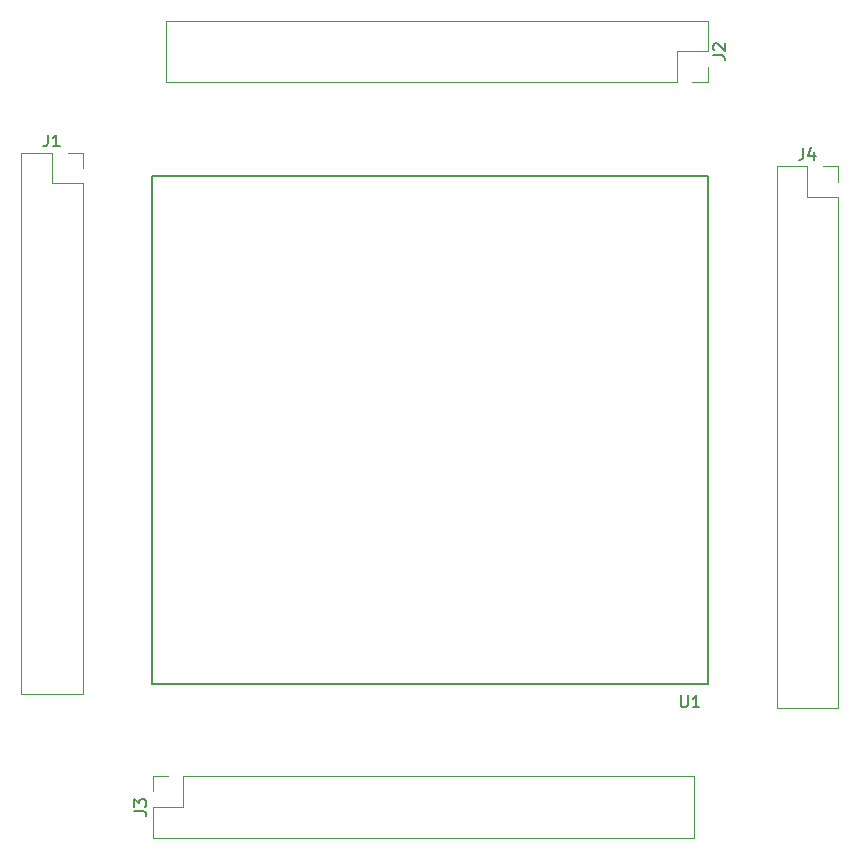
<source format=gbr>
G04 #@! TF.FileFunction,Legend,Top*
%FSLAX46Y46*%
G04 Gerber Fmt 4.6, Leading zero omitted, Abs format (unit mm)*
G04 Created by KiCad (PCBNEW 4.0.5+dfsg1-4) date Sat Sep 30 20:54:29 2017*
%MOMM*%
%LPD*%
G01*
G04 APERTURE LIST*
%ADD10C,0.100000*%
%ADD11C,0.150000*%
%ADD12C,0.120000*%
G04 APERTURE END LIST*
D10*
D11*
X122815001Y-72325000D02*
X122815001Y-115325000D01*
X122815001Y-115325000D02*
X169815001Y-115325000D01*
X169815001Y-115325000D02*
X169815001Y-72325000D01*
X169815001Y-72325000D02*
X122815001Y-72325000D01*
D12*
X116900000Y-72930000D02*
X116900000Y-116170000D01*
X116900000Y-116170000D02*
X111700000Y-116170000D01*
X111700000Y-116170000D02*
X111700000Y-70330000D01*
X111700000Y-70330000D02*
X114300000Y-70330000D01*
X114300000Y-70330000D02*
X114300000Y-72930000D01*
X114300000Y-72930000D02*
X116900000Y-72930000D01*
X116900000Y-71660000D02*
X116900000Y-70330000D01*
X116900000Y-70330000D02*
X115630000Y-70330000D01*
X167230000Y-64340000D02*
X123990000Y-64340000D01*
X123990000Y-64340000D02*
X123990000Y-59140000D01*
X123990000Y-59140000D02*
X169830000Y-59140000D01*
X169830000Y-59140000D02*
X169830000Y-61740000D01*
X169830000Y-61740000D02*
X167230000Y-61740000D01*
X167230000Y-61740000D02*
X167230000Y-64340000D01*
X168500000Y-64340000D02*
X169830000Y-64340000D01*
X169830000Y-64340000D02*
X169830000Y-63070000D01*
X125440000Y-123130000D02*
X168680000Y-123130000D01*
X168680000Y-123130000D02*
X168680000Y-128330000D01*
X168680000Y-128330000D02*
X122840000Y-128330000D01*
X122840000Y-128330000D02*
X122840000Y-125730000D01*
X122840000Y-125730000D02*
X125440000Y-125730000D01*
X125440000Y-125730000D02*
X125440000Y-123130000D01*
X124170000Y-123130000D02*
X122840000Y-123130000D01*
X122840000Y-123130000D02*
X122840000Y-124400000D01*
X180860000Y-74060000D02*
X180860000Y-117300000D01*
X180860000Y-117300000D02*
X175660000Y-117300000D01*
X175660000Y-117300000D02*
X175660000Y-71460000D01*
X175660000Y-71460000D02*
X178260000Y-71460000D01*
X178260000Y-71460000D02*
X178260000Y-74060000D01*
X178260000Y-74060000D02*
X180860000Y-74060000D01*
X180860000Y-72790000D02*
X180860000Y-71460000D01*
X180860000Y-71460000D02*
X179590000Y-71460000D01*
D11*
X167553096Y-116277381D02*
X167553096Y-117086905D01*
X167600715Y-117182143D01*
X167648334Y-117229762D01*
X167743572Y-117277381D01*
X167934049Y-117277381D01*
X168029287Y-117229762D01*
X168076906Y-117182143D01*
X168124525Y-117086905D01*
X168124525Y-116277381D01*
X169124525Y-117277381D02*
X168553096Y-117277381D01*
X168838810Y-117277381D02*
X168838810Y-116277381D01*
X168743572Y-116420238D01*
X168648334Y-116515476D01*
X168553096Y-116563095D01*
X113966667Y-68782381D02*
X113966667Y-69496667D01*
X113919047Y-69639524D01*
X113823809Y-69734762D01*
X113680952Y-69782381D01*
X113585714Y-69782381D01*
X114966667Y-69782381D02*
X114395238Y-69782381D01*
X114680952Y-69782381D02*
X114680952Y-68782381D01*
X114585714Y-68925238D01*
X114490476Y-69020476D01*
X114395238Y-69068095D01*
X170282381Y-62073333D02*
X170996667Y-62073333D01*
X171139524Y-62120953D01*
X171234762Y-62216191D01*
X171282381Y-62359048D01*
X171282381Y-62454286D01*
X170377619Y-61644762D02*
X170330000Y-61597143D01*
X170282381Y-61501905D01*
X170282381Y-61263809D01*
X170330000Y-61168571D01*
X170377619Y-61120952D01*
X170472857Y-61073333D01*
X170568095Y-61073333D01*
X170710952Y-61120952D01*
X171282381Y-61692381D01*
X171282381Y-61073333D01*
X121292381Y-126063333D02*
X122006667Y-126063333D01*
X122149524Y-126110953D01*
X122244762Y-126206191D01*
X122292381Y-126349048D01*
X122292381Y-126444286D01*
X121292381Y-125682381D02*
X121292381Y-125063333D01*
X121673333Y-125396667D01*
X121673333Y-125253809D01*
X121720952Y-125158571D01*
X121768571Y-125110952D01*
X121863810Y-125063333D01*
X122101905Y-125063333D01*
X122197143Y-125110952D01*
X122244762Y-125158571D01*
X122292381Y-125253809D01*
X122292381Y-125539524D01*
X122244762Y-125634762D01*
X122197143Y-125682381D01*
X177926667Y-69912381D02*
X177926667Y-70626667D01*
X177879047Y-70769524D01*
X177783809Y-70864762D01*
X177640952Y-70912381D01*
X177545714Y-70912381D01*
X178831429Y-70245714D02*
X178831429Y-70912381D01*
X178593333Y-69864762D02*
X178355238Y-70579048D01*
X178974286Y-70579048D01*
M02*

</source>
